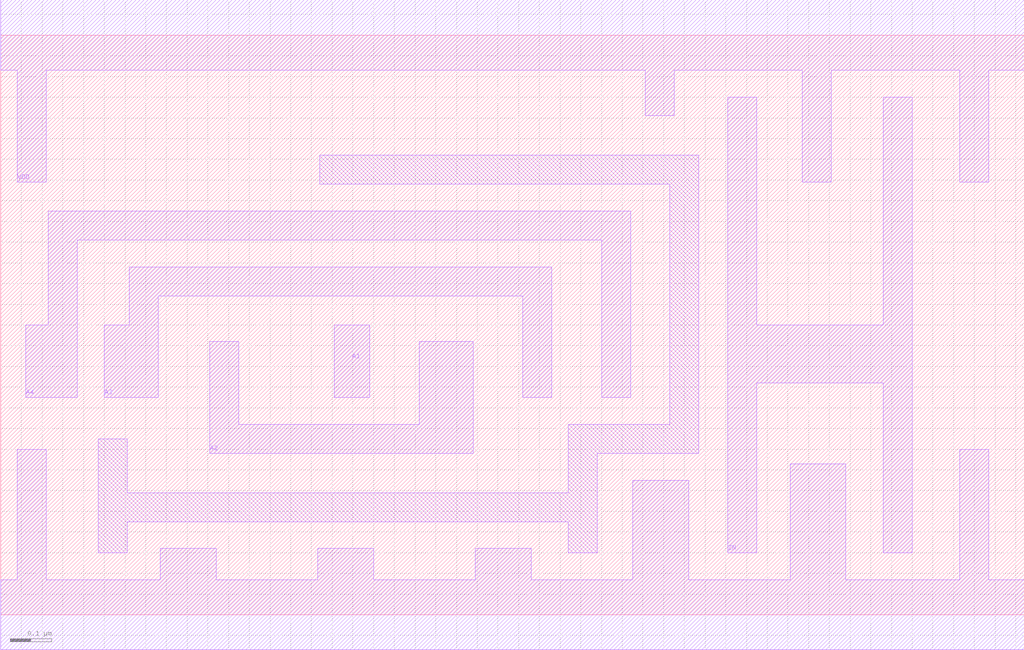
<source format=lef>
# 
# ******************************************************************************
# *                                                                            *
# *                   Copyright (C) 2004-2010, Nangate Inc.                    *
# *                           All rights reserved.                             *
# *                                                                            *
# * Nangate and the Nangate logo are trademarks of Nangate Inc.                *
# *                                                                            *
# * All trademarks, logos, software marks, and trade names (collectively the   *
# * "Marks") in this program are proprietary to Nangate or other respective    *
# * owners that have granted Nangate the right and license to use such Marks.  *
# * You are not permitted to use the Marks without the prior written consent   *
# * of Nangate or such third party that may own the Marks.                     *
# *                                                                            *
# * This file has been provided pursuant to a License Agreement containing     *
# * restrictions on its use. This file contains valuable trade secrets and     *
# * proprietary information of Nangate Inc., and is protected by U.S. and      *
# * international laws and/or treaties.                                        *
# *                                                                            *
# * The copyright notice(s) in this file does not indicate actual or intended  *
# * publication of this file.                                                  *
# *                                                                            *
# *     NGLibraryCreator, v2010.08-HR32-SP3-2010-08-05 - build 1009061800      *
# *                                                                            *
# ******************************************************************************
# 
# 
# Running on brazil06.nangate.com.br for user Giancarlo Franciscatto (gfr).
# Local time is now Fri, 3 Dec 2010, 19:32:18.
# Main process id is 27821.

VERSION 5.6 ;
BUSBITCHARS "[]" ;
DIVIDERCHAR "/" ;

MACRO OR4_X4
  CLASS core ;
  FOREIGN OR4_X4 0.0 0.0 ;
  ORIGIN 0 0 ;
  SYMMETRY X Y ;
  SITE FreePDK45_38x28_10R_NP_162NW_34O ;
  SIZE 2.47 BY 1.4 ;
  PIN A1
    DIRECTION INPUT ;
    ANTENNAPARTIALMETALAREA 0.014875 LAYER metal1 ;
    ANTENNAPARTIALMETALSIDEAREA 0.0676 LAYER metal1 ;
    ANTENNAGATEAREA 0.1045 ;
    PORT
      LAYER metal1 ;
        POLYGON 0.805 0.525 0.89 0.525 0.89 0.7 0.805 0.7  ;
    END
  END A1
  PIN A2
    DIRECTION INPUT ;
    ANTENNAPARTIALMETALAREA 0.08445 LAYER metal1 ;
    ANTENNAPARTIALMETALSIDEAREA 0.2873 LAYER metal1 ;
    ANTENNAGATEAREA 0.1045 ;
    PORT
      LAYER metal1 ;
        POLYGON 0.505 0.39 1.14 0.39 1.14 0.66 1.01 0.66 1.01 0.46 0.575 0.46 0.575 0.66 0.505 0.66  ;
    END
  END A2
  PIN A3
    DIRECTION INPUT ;
    ANTENNAPARTIALMETALAREA 0.1162 LAYER metal1 ;
    ANTENNAPARTIALMETALSIDEAREA 0.4264 LAYER metal1 ;
    ANTENNAGATEAREA 0.1045 ;
    PORT
      LAYER metal1 ;
        POLYGON 0.25 0.525 0.38 0.525 0.38 0.77 1.26 0.77 1.26 0.525 1.33 0.525 1.33 0.84 0.31 0.84 0.31 0.7 0.25 0.7  ;
    END
  END A3
  PIN A4
    DIRECTION INPUT ;
    ANTENNAPARTIALMETALAREA 0.161175 LAYER metal1 ;
    ANTENNAPARTIALMETALSIDEAREA 0.5954 LAYER metal1 ;
    ANTENNAGATEAREA 0.1045 ;
    PORT
      LAYER metal1 ;
        POLYGON 0.06 0.525 0.185 0.525 0.185 0.905 1.45 0.905 1.45 0.525 1.52 0.525 1.52 0.975 0.115 0.975 0.115 0.7 0.06 0.7  ;
    END
  END A4
  PIN ZN
    DIRECTION OUTPUT ;
    ANTENNAPARTIALMETALAREA 0.1967 LAYER metal1 ;
    ANTENNAPARTIALMETALSIDEAREA 0.6513 LAYER metal1 ;
    ANTENNADIFFAREA 0.2926 ;
    PORT
      LAYER metal1 ;
        POLYGON 1.755 0.15 1.825 0.15 1.825 0.56 2.13 0.56 2.13 0.15 2.2 0.15 2.2 1.25 2.13 1.25 2.13 0.7 1.825 0.7 1.825 1.25 1.755 1.25  ;
    END
  END ZN
  PIN VDD
    DIRECTION INOUT ;
    USE power ;
    SHAPE ABUTMENT ;
    PORT
      LAYER metal1 ;
        POLYGON 0 1.315 0.04 1.315 0.04 1.045 0.11 1.045 0.11 1.315 1.555 1.315 1.555 1.205 1.625 1.205 1.625 1.315 1.685 1.315 1.935 1.315 1.935 1.045 2.005 1.045 2.005 1.315 2.315 1.315 2.315 1.045 2.385 1.045 2.385 1.315 2.47 1.315 2.47 1.485 1.685 1.485 0 1.485  ;
    END
  END VDD
  PIN VSS
    DIRECTION INOUT ;
    USE ground ;
    SHAPE ABUTMENT ;
    PORT
      LAYER metal1 ;
        POLYGON 0 -0.085 2.47 -0.085 2.47 0.085 2.385 0.085 2.385 0.4 2.315 0.4 2.315 0.085 2.04 0.085 2.04 0.365 1.905 0.365 1.905 0.085 1.66 0.085 1.66 0.325 1.525 0.325 1.525 0.085 1.28 0.085 1.28 0.16 1.145 0.16 1.145 0.085 0.9 0.085 0.9 0.16 0.765 0.16 0.765 0.085 0.52 0.085 0.52 0.16 0.385 0.16 0.385 0.085 0.11 0.085 0.11 0.4 0.04 0.4 0.04 0.085 0 0.085  ;
    END
  END VSS
  OBS
      LAYER metal1 ;
        POLYGON 0.77 1.04 1.615 1.04 1.615 0.46 1.37 0.46 1.37 0.295 0.305 0.295 0.305 0.425 0.235 0.425 0.235 0.15 0.305 0.15 0.305 0.225 1.37 0.225 1.37 0.15 1.44 0.15 1.44 0.39 1.685 0.39 1.685 1.11 0.77 1.11  ;
  END
END OR4_X4

END LIBRARY
#
# End of file
#

</source>
